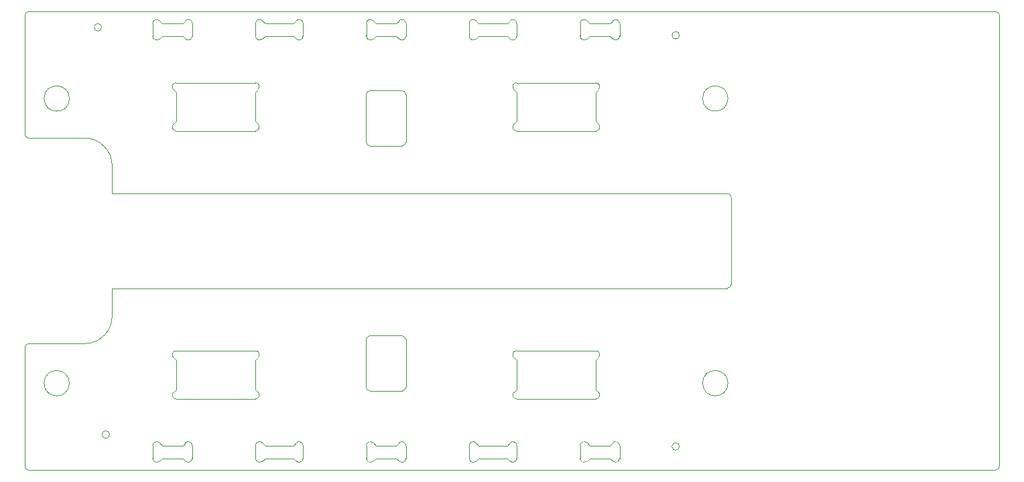
<source format=gm1>
G04 #@! TF.GenerationSoftware,KiCad,Pcbnew,(5.1.6-0-10_14)*
G04 #@! TF.CreationDate,2021-08-31T09:47:16+09:00*
G04 #@! TF.ProjectId,photo-single,70686f74-6f2d-4736-996e-676c652e6b69,rev?*
G04 #@! TF.SameCoordinates,Original*
G04 #@! TF.FileFunction,Profile,NP*
%FSLAX46Y46*%
G04 Gerber Fmt 4.6, Leading zero omitted, Abs format (unit mm)*
G04 Created by KiCad (PCBNEW (5.1.6-0-10_14)) date 2021-08-31 09:47:16*
%MOMM*%
%LPD*%
G01*
G04 APERTURE LIST*
G04 #@! TA.AperFunction,Profile*
%ADD10C,0.100000*%
G04 #@! TD*
G04 APERTURE END LIST*
D10*
X156899050Y-80001749D02*
X146899050Y-80001749D01*
X174000000Y-105500000D02*
G75*
G02*
X173500000Y-106000000I-500000J0D01*
G01*
X173500000Y-94000000D02*
G75*
G02*
X174000000Y-94500000I0J-500000D01*
G01*
X84764000Y-71500000D02*
X84764000Y-86500000D01*
X84764000Y-113500000D02*
G75*
G02*
X85264000Y-113000000I500000J0D01*
G01*
X85264000Y-87000000D02*
G75*
G02*
X84764000Y-86500000I0J500000D01*
G01*
X95475000Y-124500000D02*
G75*
G03*
X95475000Y-124500000I-475000J0D01*
G01*
X167475000Y-126000000D02*
G75*
G03*
X167475000Y-126000000I-475000J0D01*
G01*
X167475000Y-74000000D02*
G75*
G03*
X167475000Y-74000000I-475000J0D01*
G01*
X94475000Y-73000000D02*
G75*
G03*
X94475000Y-73000000I-475000J0D01*
G01*
X127900000Y-87500000D02*
X127900000Y-81500000D01*
X132900000Y-87500000D02*
X132900000Y-81500000D01*
X128400000Y-81000000D02*
X132400000Y-81000000D01*
X132400000Y-81000000D02*
G75*
G02*
X132900000Y-81500000I0J-500000D01*
G01*
X127900000Y-81500000D02*
G75*
G02*
X128400000Y-81000000I500000J0D01*
G01*
X132400000Y-88000000D02*
X128400000Y-88000000D01*
X128400000Y-88000000D02*
G75*
G02*
X127900000Y-87500000I0J500000D01*
G01*
X132900000Y-87500000D02*
G75*
G02*
X132400000Y-88000000I-500000J0D01*
G01*
X132900000Y-118500000D02*
X132900000Y-112500000D01*
X127900000Y-118500000D02*
X127900000Y-112500000D01*
X132400000Y-119000000D02*
X128400000Y-119000000D01*
X128400000Y-119000000D02*
G75*
G02*
X127900000Y-118500000I0J500000D01*
G01*
X132900000Y-118500000D02*
G75*
G02*
X132400000Y-119000000I-500000J0D01*
G01*
X132400000Y-112000000D02*
G75*
G02*
X132900000Y-112500000I0J-500000D01*
G01*
X127900000Y-112500000D02*
G75*
G02*
X128400000Y-112000000I500000J0D01*
G01*
X128400000Y-112000000D02*
X132400000Y-112000000D01*
X146899050Y-119998251D02*
X156899050Y-119998251D01*
X156899050Y-113898251D02*
X146899050Y-113898251D01*
X207899000Y-128500000D02*
G75*
G02*
X207399000Y-129000000I-500000J0D01*
G01*
X113899050Y-113898251D02*
X103899050Y-113898251D01*
X113899050Y-113898250D02*
G75*
G02*
X114252604Y-114751805I0J-500001D01*
G01*
X113899050Y-115105358D02*
X114252604Y-114751805D01*
X113899050Y-118791145D02*
X113899050Y-115105358D01*
X114252604Y-119144698D02*
X113899050Y-118791145D01*
X114252603Y-119144698D02*
G75*
G02*
X113899050Y-119998251I-353553J-353553D01*
G01*
X132914050Y-127498250D02*
G75*
G02*
X132060497Y-127851805I-500000J-1D01*
G01*
X131706944Y-127498251D02*
X132060497Y-127851805D01*
X100914050Y-125898250D02*
G75*
G02*
X101767604Y-125544698I500000J-1D01*
G01*
X101767603Y-127851804D02*
G75*
G02*
X100914050Y-127498251I-353553J353553D01*
G01*
X101767604Y-127851805D02*
X102121157Y-127498251D01*
X102121157Y-125898251D02*
X101767604Y-125544698D01*
X141767603Y-127851804D02*
G75*
G02*
X140914050Y-127498251I-353553J353553D01*
G01*
X140914050Y-125898251D02*
X140914050Y-127498251D01*
X102121157Y-127498251D02*
X104706944Y-127498251D01*
X156121157Y-125898251D02*
X155767604Y-125544698D01*
X158706944Y-125898251D02*
X156121157Y-125898251D01*
X159060497Y-125544698D02*
X158706944Y-125898251D01*
X105914050Y-127498250D02*
G75*
G02*
X105060497Y-127851805I-500000J-1D01*
G01*
X104706944Y-127498251D02*
X105060497Y-127851805D01*
X100914050Y-125898251D02*
X100914050Y-127498251D01*
X155767603Y-127851804D02*
G75*
G02*
X154914050Y-127498251I-353553J353553D01*
G01*
X154914050Y-125898251D02*
X154914050Y-127498251D01*
X154914050Y-125898250D02*
G75*
G02*
X155767604Y-125544698I500000J-1D01*
G01*
X142121157Y-127498251D02*
X145706944Y-127498251D01*
X141767604Y-127851805D02*
X142121157Y-127498251D01*
X103899050Y-119998250D02*
G75*
G02*
X103545497Y-119144698I0J499999D01*
G01*
X103899050Y-118791145D02*
X103545497Y-119144698D01*
X145706944Y-125898251D02*
X142121157Y-125898251D01*
X146060497Y-125544698D02*
X145706944Y-125898251D01*
X158706944Y-127498251D02*
X159060497Y-127851805D01*
X156121157Y-127498251D02*
X158706944Y-127498251D01*
X155767604Y-127851805D02*
X156121157Y-127498251D01*
X146545497Y-114751805D02*
X146899050Y-115105358D01*
X146545497Y-114751804D02*
G75*
G02*
X146899050Y-113898251I353553J353553D01*
G01*
X119060497Y-125544698D02*
G75*
G02*
X119914050Y-125898251I353553J-353553D01*
G01*
X159914050Y-127498250D02*
G75*
G02*
X159060497Y-127851805I-500000J-1D01*
G01*
X103899050Y-115105358D02*
X103899050Y-118791145D01*
X103545497Y-114751805D02*
X103899050Y-115105358D01*
X103545497Y-114751804D02*
G75*
G02*
X103899050Y-113898251I353553J353553D01*
G01*
X105060497Y-125544698D02*
G75*
G02*
X105914050Y-125898251I353553J-353553D01*
G01*
X146899050Y-119998250D02*
G75*
G02*
X146545497Y-119144698I0J499999D01*
G01*
X146899050Y-118791145D02*
X146545497Y-119144698D01*
X146899050Y-115105358D02*
X146899050Y-118791145D01*
X105914050Y-127498251D02*
X105914050Y-125898251D01*
X159060497Y-125544698D02*
G75*
G02*
X159914050Y-125898251I353553J-353553D01*
G01*
X159914050Y-127498251D02*
X159914050Y-125898251D01*
X114767603Y-127851804D02*
G75*
G02*
X113914050Y-127498251I-353553J353553D01*
G01*
X113914050Y-125898250D02*
G75*
G02*
X114767604Y-125544698I500000J-1D01*
G01*
X114767604Y-127851805D02*
X115121157Y-127498251D01*
X105060497Y-125544698D02*
X104706944Y-125898251D01*
X127914050Y-125898250D02*
G75*
G02*
X128767604Y-125544698I500000J-1D01*
G01*
X129121157Y-125898251D02*
X128767604Y-125544698D01*
X131706944Y-125898251D02*
X129121157Y-125898251D01*
X132060497Y-125544698D02*
X131706944Y-125898251D01*
X146060497Y-125544698D02*
G75*
G02*
X146914050Y-125898251I353553J-353553D01*
G01*
X146914050Y-127498251D02*
X146914050Y-125898251D01*
X119914050Y-127498251D02*
X119914050Y-125898251D01*
X129121157Y-127498251D02*
X131706944Y-127498251D01*
X128767604Y-127851805D02*
X129121157Y-127498251D01*
X146914050Y-127498250D02*
G75*
G02*
X146060497Y-127851805I-500000J-1D01*
G01*
X145706944Y-127498251D02*
X146060497Y-127851805D01*
X132060497Y-125544698D02*
G75*
G02*
X132914050Y-125898251I353553J-353553D01*
G01*
X132914050Y-127498251D02*
X132914050Y-125898251D01*
X104706944Y-125898251D02*
X102121157Y-125898251D01*
X119060497Y-125544698D02*
X118706944Y-125898251D01*
X115121157Y-125898251D02*
X114767604Y-125544698D01*
X115121157Y-127498251D02*
X118706944Y-127498251D01*
X118706944Y-125898251D02*
X115121157Y-125898251D01*
X113914050Y-125898251D02*
X113914050Y-127498251D01*
X140914050Y-125898250D02*
G75*
G02*
X141767604Y-125544698I500000J-1D01*
G01*
X142121157Y-125898251D02*
X141767604Y-125544698D01*
X118706944Y-127498251D02*
X119060497Y-127851805D01*
X157252604Y-119144698D02*
X156899050Y-118791145D01*
X157252603Y-119144698D02*
G75*
G02*
X156899050Y-119998251I-353553J-353553D01*
G01*
X128767603Y-127851804D02*
G75*
G02*
X127914050Y-127498251I-353553J353553D01*
G01*
X127914050Y-125898251D02*
X127914050Y-127498251D01*
X119914050Y-127498250D02*
G75*
G02*
X119060497Y-127851805I-500000J-1D01*
G01*
X103899050Y-119998251D02*
X113899050Y-119998251D01*
X156899050Y-113898250D02*
G75*
G02*
X157252604Y-114751805I0J-500001D01*
G01*
X156899050Y-115105358D02*
X157252604Y-114751805D01*
X156899050Y-118791145D02*
X156899050Y-115105358D01*
X113899050Y-86101749D02*
X103899050Y-86101749D01*
X113899050Y-86101750D02*
G75*
G03*
X114252604Y-85248195I0J500001D01*
G01*
X113899050Y-84894642D02*
X114252604Y-85248195D01*
X113899050Y-81208855D02*
X113899050Y-84894642D01*
X114252604Y-80855302D02*
X113899050Y-81208855D01*
X114252603Y-80855302D02*
G75*
G03*
X113899050Y-80001749I-353553J353553D01*
G01*
X132914050Y-72501750D02*
G75*
G03*
X132060497Y-72148195I-500000J1D01*
G01*
X131706944Y-72501749D02*
X132060497Y-72148195D01*
X100914050Y-74101750D02*
G75*
G03*
X101767604Y-74455302I500000J1D01*
G01*
X101767603Y-72148196D02*
G75*
G03*
X100914050Y-72501749I-353553J-353553D01*
G01*
X101767604Y-72148195D02*
X102121157Y-72501749D01*
X102121157Y-74101749D02*
X101767604Y-74455302D01*
X141767603Y-72148196D02*
G75*
G03*
X140914050Y-72501749I-353553J-353553D01*
G01*
X140914050Y-74101749D02*
X140914050Y-72501749D01*
X102121157Y-72501749D02*
X104706944Y-72501749D01*
X156121157Y-74101749D02*
X155767604Y-74455302D01*
X158706944Y-74101749D02*
X156121157Y-74101749D01*
X159060497Y-74455302D02*
X158706944Y-74101749D01*
X105914050Y-72501750D02*
G75*
G03*
X105060497Y-72148195I-500000J1D01*
G01*
X104706944Y-72501749D02*
X105060497Y-72148195D01*
X100914050Y-74101749D02*
X100914050Y-72501749D01*
X155767603Y-72148196D02*
G75*
G03*
X154914050Y-72501749I-353553J-353553D01*
G01*
X154914050Y-74101749D02*
X154914050Y-72501749D01*
X154914050Y-74101750D02*
G75*
G03*
X155767604Y-74455302I500000J1D01*
G01*
X142121157Y-72501749D02*
X145706944Y-72501749D01*
X141767604Y-72148195D02*
X142121157Y-72501749D01*
X103899050Y-80001750D02*
G75*
G03*
X103545497Y-80855302I0J-499999D01*
G01*
X103899050Y-81208855D02*
X103545497Y-80855302D01*
X145706944Y-74101749D02*
X142121157Y-74101749D01*
X146060497Y-74455302D02*
X145706944Y-74101749D01*
X158706944Y-72501749D02*
X159060497Y-72148195D01*
X156121157Y-72501749D02*
X158706944Y-72501749D01*
X155767604Y-72148195D02*
X156121157Y-72501749D01*
X146545497Y-85248195D02*
X146899050Y-84894642D01*
X146545497Y-85248196D02*
G75*
G03*
X146899050Y-86101749I353553J-353553D01*
G01*
X156899050Y-86101749D02*
X146899050Y-86101749D01*
X119060497Y-74455302D02*
G75*
G03*
X119914050Y-74101749I353553J353553D01*
G01*
X159914050Y-72501750D02*
G75*
G03*
X159060497Y-72148195I-500000J1D01*
G01*
X103899050Y-84894642D02*
X103899050Y-81208855D01*
X103545497Y-85248195D02*
X103899050Y-84894642D01*
X103545497Y-85248196D02*
G75*
G03*
X103899050Y-86101749I353553J-353553D01*
G01*
X105060497Y-74455302D02*
G75*
G03*
X105914050Y-74101749I353553J353553D01*
G01*
X146899050Y-80001750D02*
G75*
G03*
X146545497Y-80855302I0J-499999D01*
G01*
X146899050Y-81208855D02*
X146545497Y-80855302D01*
X146899050Y-84894642D02*
X146899050Y-81208855D01*
X105914050Y-72501749D02*
X105914050Y-74101749D01*
X159060497Y-74455302D02*
G75*
G03*
X159914050Y-74101749I353553J353553D01*
G01*
X159914050Y-72501749D02*
X159914050Y-74101749D01*
X114767603Y-72148196D02*
G75*
G03*
X113914050Y-72501749I-353553J-353553D01*
G01*
X113914050Y-74101750D02*
G75*
G03*
X114767604Y-74455302I500000J1D01*
G01*
X114767604Y-72148195D02*
X115121157Y-72501749D01*
X105060497Y-74455302D02*
X104706944Y-74101749D01*
X127914050Y-74101750D02*
G75*
G03*
X128767604Y-74455302I500000J1D01*
G01*
X129121157Y-74101749D02*
X128767604Y-74455302D01*
X131706944Y-74101749D02*
X129121157Y-74101749D01*
X132060497Y-74455302D02*
X131706944Y-74101749D01*
X146060497Y-74455302D02*
G75*
G03*
X146914050Y-74101749I353553J353553D01*
G01*
X146914050Y-72501749D02*
X146914050Y-74101749D01*
X119914050Y-72501749D02*
X119914050Y-74101749D01*
X129121157Y-72501749D02*
X131706944Y-72501749D01*
X128767604Y-72148195D02*
X129121157Y-72501749D01*
X146914050Y-72501750D02*
G75*
G03*
X146060497Y-72148195I-500000J1D01*
G01*
X145706944Y-72501749D02*
X146060497Y-72148195D01*
X132060497Y-74455302D02*
G75*
G03*
X132914050Y-74101749I353553J353553D01*
G01*
X132914050Y-72501749D02*
X132914050Y-74101749D01*
X104706944Y-74101749D02*
X102121157Y-74101749D01*
X119060497Y-74455302D02*
X118706944Y-74101749D01*
X115121157Y-74101749D02*
X114767604Y-74455302D01*
X115121157Y-72501749D02*
X118706944Y-72501749D01*
X118706944Y-74101749D02*
X115121157Y-74101749D01*
X113914050Y-74101749D02*
X113914050Y-72501749D01*
X140914050Y-74101750D02*
G75*
G03*
X141767604Y-74455302I500000J1D01*
G01*
X142121157Y-74101749D02*
X141767604Y-74455302D01*
X118706944Y-72501749D02*
X119060497Y-72148195D01*
X157252604Y-80855302D02*
X156899050Y-81208855D01*
X157252603Y-80855302D02*
G75*
G03*
X156899050Y-80001749I-353553J353553D01*
G01*
X128767603Y-72148196D02*
G75*
G03*
X127914050Y-72501749I-353553J-353553D01*
G01*
X127914050Y-74101749D02*
X127914050Y-72501749D01*
X119914050Y-72501750D02*
G75*
G03*
X119060497Y-72148195I-500000J1D01*
G01*
X103899050Y-80001749D02*
X113899050Y-80001749D01*
X156899050Y-86101750D02*
G75*
G03*
X157252604Y-85248195I0J500001D01*
G01*
X156899050Y-84894642D02*
X157252604Y-85248195D01*
X156899050Y-81208855D02*
X156899050Y-84894642D01*
X92300000Y-87000000D02*
X85264000Y-87000000D01*
X92300000Y-87000000D02*
G75*
G02*
X95800000Y-90500000I0J-3500000D01*
G01*
X95800000Y-94000000D02*
X173500000Y-94000000D01*
X95800000Y-90500000D02*
X95800000Y-94000000D01*
X95800000Y-109500000D02*
G75*
G02*
X92300000Y-113000000I-3500000J0D01*
G01*
X92300000Y-113000000D02*
X85264000Y-113000000D01*
X95800000Y-106000000D02*
X173500000Y-106000000D01*
X174000000Y-105500000D02*
X174000000Y-94500000D01*
X95800000Y-109500000D02*
X95800000Y-106000000D01*
X90400000Y-118000000D02*
G75*
G03*
X90400000Y-118000000I-1600000J0D01*
G01*
X173600000Y-118000000D02*
G75*
G03*
X173600000Y-118000000I-1600000J0D01*
G01*
X173600000Y-82000000D02*
G75*
G03*
X173600000Y-82000000I-1600000J0D01*
G01*
X90400000Y-82000000D02*
G75*
G03*
X90400000Y-82000000I-1600000J0D01*
G01*
X85264000Y-129000000D02*
G75*
G02*
X84764000Y-128500000I0J500000D01*
G01*
X84764000Y-71500000D02*
G75*
G02*
X85264000Y-71000000I500000J0D01*
G01*
X207399000Y-71000000D02*
G75*
G02*
X207899000Y-71500000I0J-500000D01*
G01*
X207399000Y-71000000D02*
X85264000Y-71000000D01*
X207899000Y-128500000D02*
X207899000Y-71500000D01*
X84764000Y-128500000D02*
X84764000Y-113500000D01*
X207399000Y-129000000D02*
X85264000Y-129000000D01*
M02*

</source>
